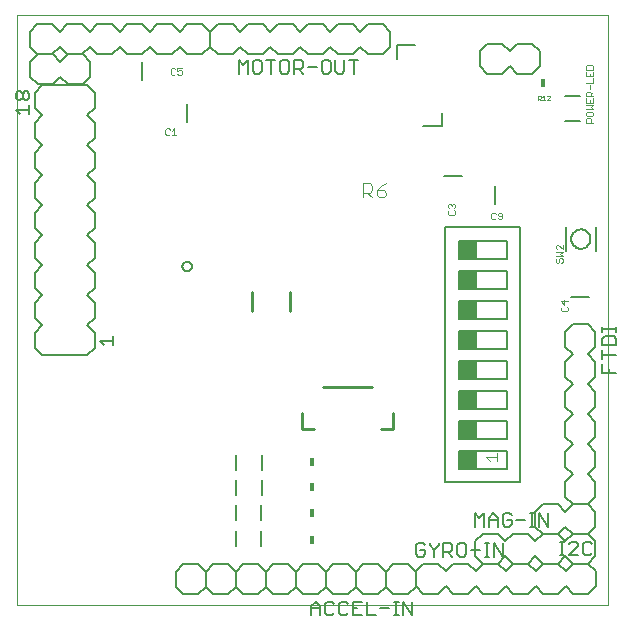
<source format=gto>
G75*
G70*
%OFA0B0*%
%FSLAX24Y24*%
%IPPOS*%
%LPD*%
%AMOC8*
5,1,8,0,0,1.08239X$1,22.5*
%
%ADD10C,0.0000*%
%ADD11C,0.0080*%
%ADD12C,0.0020*%
%ADD13C,0.0087*%
%ADD14C,0.0050*%
%ADD15C,0.0060*%
%ADD16C,0.0100*%
%ADD17R,0.0180X0.0300*%
%ADD18C,0.0010*%
%ADD19R,0.0600X0.0600*%
%ADD20C,0.0030*%
%ADD21C,0.0040*%
D10*
X000353Y000635D02*
X000353Y020320D01*
X020038Y020320D01*
X020038Y000635D01*
X000353Y000635D01*
D11*
X007638Y002621D02*
X007638Y003121D01*
X007638Y003487D02*
X007638Y003987D01*
X007657Y004306D02*
X007657Y004806D01*
X007657Y005141D02*
X007657Y005641D01*
X008507Y005641D02*
X008507Y005141D01*
X008507Y004806D02*
X008507Y004306D01*
X008488Y003987D02*
X008488Y003487D01*
X008488Y003121D02*
X008488Y002621D01*
X013642Y001759D02*
X013642Y001259D01*
X013892Y001009D01*
X014392Y001009D01*
X014642Y001259D01*
X014892Y001009D01*
X015392Y001009D01*
X015642Y001259D01*
X015892Y001009D01*
X016392Y001009D01*
X016642Y001259D01*
X016892Y001009D01*
X017392Y001009D01*
X017642Y001259D01*
X017892Y001009D01*
X018392Y001009D01*
X018642Y001259D01*
X018892Y001009D01*
X019392Y001009D01*
X019642Y001259D01*
X019642Y001759D01*
X019392Y002009D01*
X018892Y002009D01*
X018642Y001759D01*
X018392Y002009D01*
X017892Y002009D01*
X017642Y001759D01*
X017392Y002009D01*
X016892Y002009D01*
X016642Y001759D01*
X016392Y002009D01*
X015892Y002009D01*
X015642Y001759D01*
X015392Y002009D01*
X014892Y002009D01*
X014642Y001759D01*
X014392Y002009D01*
X013892Y002009D01*
X013642Y001759D01*
X015611Y002257D02*
X015861Y002007D01*
X016361Y002007D01*
X016611Y002257D01*
X016861Y002007D01*
X017361Y002007D01*
X017611Y002257D01*
X017861Y002007D01*
X018361Y002007D01*
X018611Y002257D01*
X018861Y002007D01*
X019361Y002007D01*
X019611Y002257D01*
X019611Y002757D01*
X019361Y003007D01*
X018861Y003007D01*
X018611Y002757D01*
X018361Y003007D01*
X017861Y003007D01*
X017611Y002757D01*
X017361Y003007D01*
X016861Y003007D01*
X016611Y002757D01*
X016361Y003007D01*
X015861Y003007D01*
X015611Y002757D01*
X015611Y002257D01*
X017613Y003247D02*
X017613Y003747D01*
X017863Y003997D01*
X018363Y003997D01*
X018613Y003747D01*
X018863Y003997D01*
X019363Y003997D01*
X019613Y003747D01*
X019613Y003247D01*
X019363Y002997D01*
X018863Y002997D01*
X018613Y003247D01*
X018363Y002997D01*
X017863Y002997D01*
X017613Y003247D01*
X018613Y004251D02*
X018613Y004751D01*
X018863Y005001D01*
X018613Y005251D01*
X018613Y005751D01*
X018863Y006001D01*
X018613Y006251D01*
X018613Y006751D01*
X018863Y007001D01*
X018613Y007251D01*
X018613Y007751D01*
X018863Y008001D01*
X018613Y008251D01*
X018613Y008751D01*
X018863Y009001D01*
X018613Y009251D01*
X018613Y009751D01*
X018863Y010001D01*
X019363Y010001D01*
X019613Y009751D01*
X019613Y009251D01*
X019363Y009001D01*
X019613Y008751D01*
X019613Y008251D01*
X019363Y008001D01*
X019613Y007751D01*
X019613Y007251D01*
X019363Y007001D01*
X019613Y006751D01*
X019613Y006251D01*
X019363Y006001D01*
X019613Y005751D01*
X019613Y005251D01*
X019363Y005001D01*
X019613Y004751D01*
X019613Y004251D01*
X019363Y004001D01*
X018863Y004001D01*
X018613Y004251D01*
X018809Y010920D02*
X019409Y010920D01*
X019636Y012437D02*
X019636Y013237D01*
X018816Y012837D02*
X018818Y012872D01*
X018824Y012907D01*
X018833Y012941D01*
X018847Y012974D01*
X018863Y013005D01*
X018883Y013034D01*
X018907Y013060D01*
X018933Y013084D01*
X018961Y013105D01*
X018992Y013123D01*
X019024Y013137D01*
X019057Y013147D01*
X019092Y013154D01*
X019127Y013157D01*
X019162Y013156D01*
X019197Y013151D01*
X019232Y013142D01*
X019265Y013130D01*
X019296Y013114D01*
X019326Y013095D01*
X019353Y013072D01*
X019377Y013047D01*
X019399Y013019D01*
X019417Y012989D01*
X019432Y012957D01*
X019444Y012924D01*
X019452Y012890D01*
X019456Y012855D01*
X019456Y012819D01*
X019452Y012784D01*
X019444Y012750D01*
X019432Y012717D01*
X019417Y012685D01*
X019399Y012655D01*
X019377Y012627D01*
X019353Y012602D01*
X019326Y012579D01*
X019296Y012560D01*
X019265Y012544D01*
X019232Y012532D01*
X019197Y012523D01*
X019162Y012518D01*
X019127Y012517D01*
X019092Y012520D01*
X019057Y012527D01*
X019024Y012537D01*
X018992Y012551D01*
X018961Y012569D01*
X018933Y012590D01*
X018907Y012614D01*
X018883Y012640D01*
X018863Y012669D01*
X018847Y012700D01*
X018833Y012733D01*
X018824Y012767D01*
X018818Y012802D01*
X018816Y012837D01*
X018636Y012437D02*
X018636Y013237D01*
X016291Y014000D02*
X016291Y014600D01*
X015176Y014927D02*
X014576Y014927D01*
X016012Y018340D02*
X016512Y018340D01*
X016762Y018590D01*
X017012Y018340D01*
X017512Y018340D01*
X017762Y018590D01*
X017762Y019090D01*
X017512Y019340D01*
X017012Y019340D01*
X016762Y019090D01*
X016512Y019340D01*
X016012Y019340D01*
X015762Y019090D01*
X015762Y018590D01*
X016012Y018340D01*
X018615Y017609D02*
X019115Y017609D01*
X019115Y016759D02*
X018615Y016759D01*
X012776Y019245D02*
X012776Y019745D01*
X012526Y019995D01*
X012026Y019995D01*
X011776Y019745D01*
X011526Y019995D01*
X011026Y019995D01*
X010776Y019745D01*
X010526Y019995D01*
X010026Y019995D01*
X009776Y019745D01*
X009526Y019995D01*
X009026Y019995D01*
X008776Y019745D01*
X008526Y019995D01*
X008026Y019995D01*
X007776Y019745D01*
X007526Y019995D01*
X007026Y019995D01*
X006776Y019745D01*
X006776Y019245D01*
X007026Y018995D01*
X007526Y018995D01*
X007776Y019245D01*
X008026Y018995D01*
X008526Y018995D01*
X008776Y019245D01*
X009026Y018995D01*
X009526Y018995D01*
X009776Y019245D01*
X010026Y018995D01*
X010526Y018995D01*
X010776Y019245D01*
X011026Y018995D01*
X011526Y018995D01*
X011776Y019245D01*
X012026Y018995D01*
X012526Y018995D01*
X012776Y019245D01*
X006768Y019245D02*
X006518Y018995D01*
X006018Y018995D01*
X005768Y019245D01*
X005518Y018995D01*
X005018Y018995D01*
X004768Y019245D01*
X004518Y018995D01*
X004018Y018995D01*
X003768Y019245D01*
X003518Y018995D01*
X003018Y018995D01*
X002768Y019245D01*
X002518Y018995D01*
X002018Y018995D01*
X001768Y019245D01*
X001518Y018995D01*
X001018Y018995D01*
X000768Y019245D01*
X000768Y019745D01*
X001018Y019995D01*
X001518Y019995D01*
X001768Y019745D01*
X002018Y019995D01*
X002518Y019995D01*
X002768Y019745D01*
X003018Y019995D01*
X003518Y019995D01*
X003768Y019745D01*
X004018Y019995D01*
X004518Y019995D01*
X004768Y019745D01*
X005018Y019995D01*
X005518Y019995D01*
X005768Y019745D01*
X006018Y019995D01*
X006518Y019995D01*
X006768Y019745D01*
X006768Y019245D01*
X006015Y017337D02*
X006015Y016737D01*
X004504Y018134D02*
X004504Y018734D01*
X002776Y018739D02*
X002776Y018239D01*
X002526Y017989D01*
X002026Y017989D01*
X001776Y018239D01*
X001526Y017989D01*
X001026Y017989D01*
X000776Y018239D01*
X000776Y018739D01*
X001026Y018989D01*
X001526Y018989D01*
X001776Y018739D01*
X002026Y018989D01*
X002526Y018989D01*
X002776Y018739D01*
X005854Y011920D02*
X005856Y011945D01*
X005862Y011969D01*
X005871Y011992D01*
X005884Y012013D01*
X005900Y012032D01*
X005919Y012048D01*
X005940Y012061D01*
X005963Y012070D01*
X005987Y012076D01*
X006012Y012078D01*
X006037Y012076D01*
X006061Y012070D01*
X006084Y012061D01*
X006105Y012048D01*
X006124Y012032D01*
X006140Y012013D01*
X006153Y011992D01*
X006162Y011969D01*
X006168Y011945D01*
X006170Y011920D01*
X006168Y011895D01*
X006162Y011871D01*
X006153Y011848D01*
X006140Y011827D01*
X006124Y011808D01*
X006105Y011792D01*
X006084Y011779D01*
X006061Y011770D01*
X006037Y011764D01*
X006012Y011762D01*
X005987Y011764D01*
X005963Y011770D01*
X005940Y011779D01*
X005919Y011792D01*
X005900Y011808D01*
X005884Y011827D01*
X005871Y011848D01*
X005862Y011871D01*
X005856Y011895D01*
X005854Y011920D01*
D12*
X005657Y016305D02*
X005510Y016305D01*
X005584Y016305D02*
X005584Y016525D01*
X005510Y016452D01*
X005436Y016488D02*
X005399Y016525D01*
X005326Y016525D01*
X005289Y016488D01*
X005289Y016341D01*
X005326Y016305D01*
X005399Y016305D01*
X005436Y016341D01*
X005507Y018313D02*
X005580Y018313D01*
X005617Y018349D01*
X005691Y018349D02*
X005728Y018313D01*
X005801Y018313D01*
X005838Y018349D01*
X005838Y018423D01*
X005801Y018459D01*
X005765Y018459D01*
X005691Y018423D01*
X005691Y018533D01*
X005838Y018533D01*
X005617Y018496D02*
X005580Y018533D01*
X005507Y018533D01*
X005470Y018496D01*
X005470Y018349D01*
X005507Y018313D01*
X014719Y013981D02*
X014719Y013908D01*
X014755Y013871D01*
X014755Y013797D02*
X014719Y013760D01*
X014719Y013687D01*
X014755Y013650D01*
X014902Y013650D01*
X014939Y013687D01*
X014939Y013760D01*
X014902Y013797D01*
X014902Y013871D02*
X014939Y013908D01*
X014939Y013981D01*
X014902Y014018D01*
X014865Y014018D01*
X014829Y013981D01*
X014829Y013944D01*
X014829Y013981D02*
X014792Y014018D01*
X014755Y014018D01*
X014719Y013981D01*
X016155Y013673D02*
X016155Y013527D01*
X016192Y013490D01*
X016265Y013490D01*
X016302Y013527D01*
X016376Y013527D02*
X016413Y013490D01*
X016486Y013490D01*
X016523Y013527D01*
X016523Y013673D01*
X016486Y013710D01*
X016413Y013710D01*
X016376Y013673D01*
X016376Y013637D01*
X016413Y013600D01*
X016523Y013600D01*
X016302Y013673D02*
X016265Y013710D01*
X016192Y013710D01*
X016155Y013673D01*
X018306Y012599D02*
X018306Y012525D01*
X018343Y012489D01*
X018306Y012414D02*
X018526Y012414D01*
X018453Y012341D01*
X018526Y012268D01*
X018306Y012268D01*
X018343Y012193D02*
X018306Y012157D01*
X018306Y012083D01*
X018343Y012047D01*
X018379Y012047D01*
X018416Y012083D01*
X018416Y012157D01*
X018453Y012193D01*
X018490Y012193D01*
X018526Y012157D01*
X018526Y012083D01*
X018490Y012047D01*
X018526Y012489D02*
X018379Y012635D01*
X018343Y012635D01*
X018306Y012599D01*
X018526Y012635D02*
X018526Y012489D01*
X018589Y010797D02*
X018589Y010651D01*
X018479Y010761D01*
X018699Y010761D01*
X018662Y010576D02*
X018699Y010540D01*
X018699Y010466D01*
X018662Y010430D01*
X018515Y010430D01*
X018479Y010466D01*
X018479Y010540D01*
X018515Y010576D01*
X019317Y016720D02*
X019317Y016830D01*
X019354Y016867D01*
X019427Y016867D01*
X019464Y016830D01*
X019464Y016720D01*
X019537Y016720D02*
X019317Y016720D01*
X019354Y016941D02*
X019501Y016941D01*
X019537Y016978D01*
X019537Y017051D01*
X019501Y017088D01*
X019354Y017088D01*
X019317Y017051D01*
X019317Y016978D01*
X019354Y016941D01*
X019317Y017162D02*
X019537Y017162D01*
X019464Y017236D01*
X019537Y017309D01*
X019317Y017309D01*
X019317Y017383D02*
X019537Y017383D01*
X019537Y017530D01*
X019537Y017604D02*
X019317Y017604D01*
X019317Y017714D01*
X019354Y017751D01*
X019427Y017751D01*
X019464Y017714D01*
X019464Y017604D01*
X019464Y017677D02*
X019537Y017751D01*
X019427Y017825D02*
X019427Y017972D01*
X019317Y018046D02*
X019537Y018046D01*
X019537Y018193D01*
X019537Y018267D02*
X019537Y018414D01*
X019537Y018488D02*
X019537Y018598D01*
X019501Y018635D01*
X019354Y018635D01*
X019317Y018598D01*
X019317Y018488D01*
X019537Y018488D01*
X019427Y018340D02*
X019427Y018267D01*
X019317Y018267D02*
X019537Y018267D01*
X019317Y018267D02*
X019317Y018414D01*
X019317Y017530D02*
X019317Y017383D01*
X019427Y017383D02*
X019427Y017456D01*
D13*
X009428Y011060D02*
X009428Y010430D01*
X008168Y010430D02*
X008168Y011060D01*
D14*
X003553Y009595D02*
X003553Y009295D01*
X003553Y009445D02*
X003102Y009445D01*
X003252Y009295D01*
X000753Y016995D02*
X000753Y017295D01*
X000753Y017145D02*
X000302Y017145D01*
X000452Y016995D01*
X000452Y017455D02*
X000377Y017455D01*
X000302Y017530D01*
X000302Y017680D01*
X000377Y017755D01*
X000452Y017755D01*
X000527Y017680D01*
X000527Y017530D01*
X000452Y017455D01*
X000527Y017530D02*
X000602Y017455D01*
X000678Y017455D01*
X000753Y017530D01*
X000753Y017680D01*
X000678Y017755D01*
X000602Y017755D01*
X000527Y017680D01*
X007736Y018350D02*
X007736Y018801D01*
X007886Y018651D01*
X008036Y018801D01*
X008036Y018350D01*
X008196Y018425D02*
X008271Y018350D01*
X008421Y018350D01*
X008496Y018425D01*
X008496Y018726D01*
X008421Y018801D01*
X008271Y018801D01*
X008196Y018726D01*
X008196Y018425D01*
X008656Y018801D02*
X008956Y018801D01*
X008806Y018801D02*
X008806Y018350D01*
X009117Y018425D02*
X009117Y018726D01*
X009192Y018801D01*
X009342Y018801D01*
X009417Y018726D01*
X009417Y018425D01*
X009342Y018350D01*
X009192Y018350D01*
X009117Y018425D01*
X009577Y018350D02*
X009577Y018801D01*
X009802Y018801D01*
X009877Y018726D01*
X009877Y018576D01*
X009802Y018501D01*
X009577Y018501D01*
X009727Y018501D02*
X009877Y018350D01*
X010037Y018576D02*
X010338Y018576D01*
X010498Y018726D02*
X010498Y018425D01*
X010573Y018350D01*
X010723Y018350D01*
X010798Y018425D01*
X010798Y018726D01*
X010723Y018801D01*
X010573Y018801D01*
X010498Y018726D01*
X010958Y018801D02*
X010958Y018425D01*
X011033Y018350D01*
X011183Y018350D01*
X011258Y018425D01*
X011258Y018801D01*
X011418Y018801D02*
X011719Y018801D01*
X011569Y018801D02*
X011569Y018350D01*
X013011Y018844D02*
X013011Y019294D01*
X013611Y019294D01*
X014511Y017044D02*
X014511Y016594D01*
X013861Y016594D01*
X019857Y009899D02*
X019857Y009749D01*
X019857Y009824D02*
X020308Y009824D01*
X020308Y009749D02*
X020308Y009899D01*
X020233Y009589D02*
X019932Y009589D01*
X019857Y009514D01*
X019857Y009289D01*
X020308Y009289D01*
X020308Y009514D01*
X020233Y009589D01*
X019857Y009129D02*
X019857Y008828D01*
X019857Y008979D02*
X020308Y008979D01*
X020082Y008518D02*
X020082Y008368D01*
X019857Y008368D02*
X019857Y008668D01*
X019857Y008368D02*
X020308Y008368D01*
X018054Y003702D02*
X018054Y003252D01*
X017754Y003702D01*
X017754Y003252D01*
X017597Y003252D02*
X017447Y003252D01*
X017522Y003252D02*
X017522Y003702D01*
X017447Y003702D02*
X017597Y003702D01*
X017287Y003477D02*
X016987Y003477D01*
X016827Y003477D02*
X016676Y003477D01*
X016827Y003477D02*
X016827Y003327D01*
X016751Y003252D01*
X016601Y003252D01*
X016526Y003327D01*
X016526Y003627D01*
X016601Y003702D01*
X016751Y003702D01*
X016827Y003627D01*
X016366Y003552D02*
X016366Y003252D01*
X016366Y003477D02*
X016066Y003477D01*
X016066Y003552D02*
X016066Y003252D01*
X015906Y003252D02*
X015906Y003702D01*
X015756Y003552D01*
X015606Y003702D01*
X015606Y003252D01*
X016066Y003552D02*
X016216Y003702D01*
X016366Y003552D01*
X016246Y002704D02*
X016546Y002254D01*
X016546Y002704D01*
X016246Y002704D02*
X016246Y002254D01*
X016089Y002254D02*
X015939Y002254D01*
X016014Y002254D02*
X016014Y002704D01*
X015939Y002704D02*
X016089Y002704D01*
X015779Y002479D02*
X015479Y002479D01*
X015318Y002329D02*
X015318Y002629D01*
X015243Y002704D01*
X015093Y002704D01*
X015018Y002629D01*
X015018Y002329D01*
X015093Y002254D01*
X015243Y002254D01*
X015318Y002329D01*
X014858Y002254D02*
X014708Y002404D01*
X014783Y002404D02*
X014558Y002404D01*
X014558Y002254D02*
X014558Y002704D01*
X014783Y002704D01*
X014858Y002629D01*
X014858Y002479D01*
X014783Y002404D01*
X014398Y002629D02*
X014398Y002704D01*
X014398Y002629D02*
X014248Y002479D01*
X014248Y002254D01*
X014248Y002479D02*
X014097Y002629D01*
X014097Y002704D01*
X013937Y002629D02*
X013862Y002704D01*
X013712Y002704D01*
X013637Y002629D01*
X013637Y002329D01*
X013712Y002254D01*
X013862Y002254D01*
X013937Y002329D01*
X013937Y002479D01*
X013787Y002479D01*
X013521Y000749D02*
X013521Y000298D01*
X013221Y000749D01*
X013221Y000298D01*
X013064Y000298D02*
X012914Y000298D01*
X012989Y000298D02*
X012989Y000749D01*
X012914Y000749D02*
X013064Y000749D01*
X012754Y000523D02*
X012454Y000523D01*
X012293Y000298D02*
X011993Y000298D01*
X011993Y000749D01*
X011833Y000749D02*
X011533Y000749D01*
X011533Y000298D01*
X011833Y000298D01*
X011683Y000523D02*
X011533Y000523D01*
X011373Y000373D02*
X011298Y000298D01*
X011147Y000298D01*
X011072Y000373D01*
X011072Y000674D01*
X011147Y000749D01*
X011298Y000749D01*
X011373Y000674D01*
X010912Y000674D02*
X010837Y000749D01*
X010687Y000749D01*
X010612Y000674D01*
X010612Y000373D01*
X010687Y000298D01*
X010837Y000298D01*
X010912Y000373D01*
X010452Y000298D02*
X010452Y000598D01*
X010302Y000749D01*
X010152Y000598D01*
X010152Y000298D01*
X010152Y000523D02*
X010452Y000523D01*
X018440Y002302D02*
X018590Y002302D01*
X018515Y002302D02*
X018515Y002753D01*
X018440Y002753D02*
X018590Y002753D01*
X018747Y002677D02*
X018822Y002753D01*
X018972Y002753D01*
X019047Y002677D01*
X019047Y002602D01*
X018747Y002302D01*
X019047Y002302D01*
X019207Y002377D02*
X019282Y002302D01*
X019432Y002302D01*
X019507Y002377D01*
X019207Y002377D02*
X019207Y002677D01*
X019282Y002753D01*
X019432Y002753D01*
X019507Y002677D01*
D15*
X017125Y004729D02*
X014605Y004729D01*
X014605Y013229D01*
X017125Y013229D01*
X017125Y004729D01*
X016665Y005179D02*
X015065Y005179D01*
X015065Y005779D01*
X016665Y005779D01*
X016665Y005179D01*
X016665Y006179D02*
X015065Y006179D01*
X015065Y006779D01*
X016665Y006779D01*
X016665Y006179D01*
X016665Y007179D02*
X015065Y007179D01*
X015065Y007779D01*
X016665Y007779D01*
X016665Y007179D01*
X016665Y008179D02*
X015065Y008179D01*
X015065Y008779D01*
X016665Y008779D01*
X016665Y008179D01*
X016665Y009179D02*
X015065Y009179D01*
X015065Y009779D01*
X016665Y009779D01*
X016665Y009179D01*
X016665Y010179D02*
X015065Y010179D01*
X015065Y010779D01*
X016665Y010779D01*
X016665Y010179D01*
X016665Y011179D02*
X015065Y011179D01*
X015065Y011779D01*
X016665Y011779D01*
X016665Y011179D01*
X016665Y012179D02*
X015065Y012179D01*
X015065Y012779D01*
X016665Y012779D01*
X016665Y012179D01*
X013376Y001993D02*
X012876Y001993D01*
X012626Y001743D01*
X012376Y001993D01*
X011876Y001993D01*
X011626Y001743D01*
X011626Y001243D01*
X011876Y000993D01*
X012376Y000993D01*
X012626Y001243D01*
X012626Y001743D01*
X012626Y001243D02*
X012876Y000993D01*
X013376Y000993D01*
X013626Y001243D01*
X013626Y001743D01*
X013376Y001993D01*
X011626Y001743D02*
X011376Y001993D01*
X010876Y001993D01*
X010626Y001743D01*
X010376Y001993D01*
X009876Y001993D01*
X009626Y001743D01*
X009376Y001993D01*
X008876Y001993D01*
X008626Y001743D01*
X008626Y001243D01*
X008876Y000993D01*
X009376Y000993D01*
X009626Y001243D01*
X009626Y001743D01*
X009626Y001243D02*
X009876Y000993D01*
X010376Y000993D01*
X010626Y001243D01*
X010626Y001743D01*
X010626Y001243D02*
X010876Y000993D01*
X011376Y000993D01*
X011626Y001243D01*
X008626Y001243D02*
X008376Y000993D01*
X007876Y000993D01*
X007626Y001243D01*
X007376Y000993D01*
X006876Y000993D01*
X006626Y001243D01*
X006376Y000993D01*
X005876Y000993D01*
X005626Y001243D01*
X005626Y001743D01*
X005876Y001993D01*
X006376Y001993D01*
X006626Y001743D01*
X006876Y001993D01*
X007376Y001993D01*
X007626Y001743D01*
X007876Y001993D01*
X008376Y001993D01*
X008626Y001743D01*
X007626Y001743D02*
X007626Y001243D01*
X006626Y001243D02*
X006626Y001743D01*
X002678Y008970D02*
X001178Y008970D01*
X000928Y009220D01*
X000928Y009720D01*
X001178Y009970D01*
X000928Y010220D01*
X000928Y010720D01*
X001178Y010970D01*
X000928Y011220D01*
X000928Y011720D01*
X001178Y011970D01*
X000928Y012220D01*
X000928Y012720D01*
X001178Y012970D01*
X000928Y013220D01*
X000928Y013720D01*
X001178Y013970D01*
X000928Y014220D01*
X000928Y014720D01*
X001178Y014970D01*
X000928Y015220D01*
X000928Y015720D01*
X001178Y015970D01*
X000928Y016220D01*
X000928Y016720D01*
X001178Y016970D01*
X000928Y017220D01*
X000928Y017720D01*
X001178Y017970D01*
X002678Y017970D01*
X002928Y017720D01*
X002928Y017220D01*
X002678Y016970D01*
X002928Y016720D01*
X002928Y016220D01*
X002678Y015970D01*
X002928Y015720D01*
X002928Y015220D01*
X002678Y014970D01*
X002928Y014720D01*
X002928Y014220D01*
X002678Y013970D01*
X002928Y013720D01*
X002928Y013220D01*
X002678Y012970D01*
X002928Y012720D01*
X002928Y012220D01*
X002678Y011970D01*
X002928Y011720D01*
X002928Y011220D01*
X002678Y010970D01*
X002928Y010720D01*
X002928Y010220D01*
X002678Y009970D01*
X002928Y009720D01*
X002928Y009220D01*
X002678Y008970D01*
D16*
X009856Y007051D02*
X009856Y006501D01*
X010256Y006501D01*
X010556Y007901D02*
X012162Y007901D01*
X012862Y007051D02*
X012862Y006501D01*
X012462Y006501D01*
D17*
X010168Y005395D03*
X010172Y004560D03*
X010164Y003702D03*
X010160Y002816D03*
X017872Y018044D03*
D18*
X017902Y017614D02*
X017902Y017464D01*
X017852Y017464D02*
X017952Y017464D01*
X017999Y017464D02*
X018099Y017564D01*
X018099Y017589D01*
X018074Y017614D01*
X018024Y017614D01*
X017999Y017589D01*
X017902Y017614D02*
X017852Y017564D01*
X017805Y017589D02*
X017805Y017539D01*
X017780Y017514D01*
X017705Y017514D01*
X017755Y017514D02*
X017805Y017464D01*
X017705Y017464D02*
X017705Y017614D01*
X017780Y017614D01*
X017805Y017589D01*
X017999Y017464D02*
X018099Y017464D01*
D19*
X015365Y012479D03*
X015365Y011479D03*
X015365Y010479D03*
X015365Y009479D03*
X015365Y008479D03*
X015365Y007479D03*
X015365Y006479D03*
X015365Y005479D03*
D20*
X015979Y005568D02*
X016350Y005568D01*
X016350Y005691D02*
X016350Y005444D01*
X016103Y005444D02*
X015979Y005568D01*
D21*
X012561Y014232D02*
X012638Y014309D01*
X012638Y014386D01*
X012561Y014462D01*
X012331Y014462D01*
X012331Y014309D01*
X012407Y014232D01*
X012561Y014232D01*
X012331Y014462D02*
X012484Y014616D01*
X012638Y014692D01*
X012177Y014616D02*
X012177Y014462D01*
X012101Y014386D01*
X011870Y014386D01*
X012024Y014386D02*
X012177Y014232D01*
X011870Y014232D02*
X011870Y014692D01*
X012101Y014692D01*
X012177Y014616D01*
M02*

</source>
